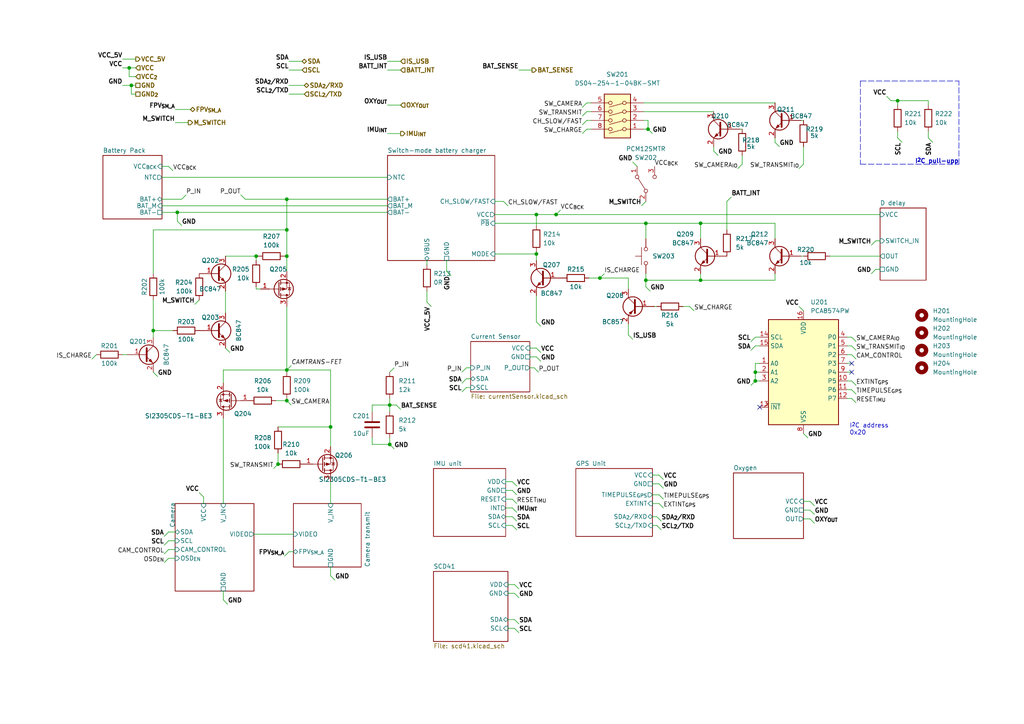
<source format=kicad_sch>
(kicad_sch (version 20211123) (generator eeschema)
  (paper "A4")
  (title_block (title "Power Unit - CanSat 2023") (date "2023-01-19") (rev "2022") (company "Project SkyFall") (comment 1 "David Haisman"))
  (lib_symbols
    (symbol "1Knihovna:SI2305CDS-T1-BE3" (pin_names (offset 0) hide)
      (property "Reference" "Q205" (at 3.175 3.175 0))
      (property "Value" "SI2305CDS-T1-BE3" (at 9.525 1.27 0))
      (symbol "SI2305CDS-T1-BE3_0_1"
        (polyline (pts (xy 0.254 0) (xy -2.54 0)))
        (polyline (pts (xy 0.254 1.905) (xy 0.254 -1.905)) (stroke (width 0.254)))
        (polyline (pts (xy 0.762 -1.27) (xy 0.762 -2.286)) (stroke (width 0.254)))
        (polyline (pts (xy 0.762 0.508) (xy 0.762 -0.508)) (stroke (width 0.254)))
        (polyline (pts (xy 0.762 2.286) (xy 0.762 1.27)) (stroke (width 0.254)))
        (polyline (pts (xy 2.54 2.54) (xy 2.54 1.778)))
        (polyline (pts (xy 2.54 -2.54) (xy 2.54 0) (xy 0.762 0)))
        (polyline (pts (xy 0.762 1.778) (xy 3.302 1.778) (xy 3.302 -1.778) (xy 0.762 -1.778)))
        (polyline (pts (xy 2.286 0) (xy 1.27 0.381) (xy 1.27 -0.381) (xy 2.286 0)) (fill (type outline)))
        (polyline (pts (xy 2.794 -0.508) (xy 2.921 -0.381) (xy 3.683 -0.381) (xy 3.81 -0.254)))
        (polyline (pts (xy 3.302 -0.381) (xy 2.921 0.254) (xy 3.683 0.254) (xy 3.302 -0.381)))
        (circle (center 1.651 0) (radius 2.794) (stroke (width 0.254)))
        (circle (center 2.54 -1.778) (radius 0.254) (fill (type outline)))
        (circle (center 2.54 1.778) (radius 0.254) (fill (type outline)))
      )
      (symbol "SI2305CDS-T1-BE3_1_1"
        (pin input line (at -5.08 0 0) (length 2.54) (name "G") (number "1"))
        (pin passive line (at 2.54 -5.08 90) (length 2.54) (name "S") (number "2"))
        (pin passive line (at 2.54 5.08 270) (length 2.54) (name "D") (number "3"))
      )
    )
    (symbol "Device:C" (pin_numbers hide) (pin_names (offset 0.254))
      (property "Reference" "C" (at 0.635 2.54 0))
      (property "Value" "C" (at 0.635 -2.54 0))
      (symbol "C_0_1"
        (polyline (pts (xy -2.032 -0.762) (xy 2.032 -0.762)) (stroke (width 0.508)))
        (polyline (pts (xy -2.032 0.762) (xy 2.032 0.762)) (stroke (width 0.508)))
      )
      (symbol "C_1_1"
        (pin passive line (at 0 3.81 270) (length 2.794) (name "~") (number "1"))
        (pin passive line (at 0 -3.81 90) (length 2.794) (name "~") (number "2"))
      )
    )
    (symbol "Device:R" (pin_numbers hide) (pin_names (offset 0))
      (property "Reference" "R" (at 2.032 0 90))
      (property "Value" "R" (at 0 0 90))
      (symbol "R_0_1"
        (rectangle (start -1.016 -2.54) (end 1.016 2.54) (stroke (width 0.254)))
      )
      (symbol "R_1_1"
        (pin passive line (at 0 3.81 270) (length 1.27) (name "~") (number "1"))
        (pin passive line (at 0 -3.81 90) (length 1.27) (name "~") (number "2"))
      )
    )
    (symbol "Interface_Expansion:PCF8574"
      (property "Reference" "U" (at -8.89 16.51 0))
      (property "Value" "PCF8574" (at 2.54 16.51 0))
      (symbol "PCF8574_0_1"
        (rectangle (start -10.16 15.24) (end 10.16 -15.24) (stroke (width 0.254)) (fill (type background)))
      )
      (symbol "PCF8574_1_1"
        (pin input line (at -12.7 2.54 0) (length 2.54) (name "A0") (number "1"))
        (pin bidirectional line (at 12.7 -2.54 180) (length 2.54) (name "P5") (number "10"))
        (pin bidirectional line (at 12.7 -5.08 180) (length 2.54) (name "P6") (number "11"))
        (pin bidirectional line (at 12.7 -7.62 180) (length 2.54) (name "P7") (number "12"))
        (pin open_collector output_low (at -12.7 -10.16 0) (length 2.54) (name "~{INT}") (number "13"))
        (pin input line (at -12.7 10.16 0) (length 2.54) (name "SCL") (number "14"))
        (pin bidirectional line (at -12.7 7.62 0) (length 2.54) (name "SDA") (number "15"))
        (pin power_in line (at 0 17.78 270) (length 2.54) (name "VDD") (number "16"))
        (pin input line (at -12.7 0 0) (length 2.54) (name "A1") (number "2"))
        (pin input line (at -12.7 -2.54 0) (length 2.54) (name "A2") (number "3"))
        (pin bidirectional line (at 12.7 10.16 180) (length 2.54) (name "P0") (number "4"))
        (pin bidirectional line (at 12.7 7.62 180) (length 2.54) (name "P1") (number "5"))
        (pin bidirectional line (at 12.7 5.08 180) (length 2.54) (name "P2") (number "6"))
        (pin bidirectional line (at 12.7 2.54 180) (length 2.54) (name "P3") (number "7"))
        (pin power_in line (at 0 -17.78 90) (length 2.54) (name "VSS") (number "8"))
        (pin bidirectional line (at 12.7 0 180) (length 2.54) (name "P4") (number "9"))
      )
    )
    (symbol "Mechanical:MountingHole" (pin_names (offset 1.016))
      (property "Reference" "H" (at 0 5.08 0))
      (property "Value" "MountingHole" (at 0 3.175 0))
      (symbol "MountingHole_0_1"
        (circle (center 0 0) (radius 1.27) (stroke (width 1.27)))
      )
    )
    (symbol "Switch:SW_DIP_x04" (pin_names (offset 0) hide)
      (property "Reference" "SW" (at 0 8.89 0))
      (property "Value" "SW_DIP_x04" (at 0 -6.35 0))
      (symbol "SW_DIP_x04_0_0"
        (circle (center -2.032 -2.54) (radius 0.508))
        (circle (center -2.032 0) (radius 0.508))
        (circle (center -2.032 2.54) (radius 0.508))
        (circle (center -2.032 5.08) (radius 0.508))
        (polyline (pts (xy -1.524 -2.3876) (xy 2.3622 -1.3462)))
        (polyline (pts (xy -1.524 0.127) (xy 2.3622 1.1684)))
        (polyline (pts (xy -1.524 2.667) (xy 2.3622 3.7084)))
        (polyline (pts (xy -1.524 5.207) (xy 2.3622 6.2484)))
        (circle (center 2.032 -2.54) (radius 0.508))
        (circle (center 2.032 0) (radius 0.508))
        (circle (center 2.032 2.54) (radius 0.508))
        (circle (center 2.032 5.08) (radius 0.508))
      )
      (symbol "SW_DIP_x04_0_1"
        (rectangle (start -3.81 7.62) (end 3.81 -5.08) (stroke (width 0.254)) (fill (type background)))
      )
      (symbol "SW_DIP_x04_1_1"
        (pin passive line (at -7.62 5.08 0) (length 5.08) (name "~") (number "1"))
        (pin passive line (at -7.62 2.54 0) (length 5.08) (name "~") (number "2"))
        (pin passive line (at -7.62 0 0) (length 5.08) (name "~") (number "3"))
        (pin passive line (at -7.62 -2.54 0) (length 5.08) (name "~") (number "4"))
        (pin passive line (at 7.62 -2.54 180) (length 5.08) (name "~") (number "5"))
        (pin passive line (at 7.62 0 180) (length 5.08) (name "~") (number "6"))
        (pin passive line (at 7.62 2.54 180) (length 5.08) (name "~") (number "7"))
        (pin passive line (at 7.62 5.08 180) (length 5.08) (name "~") (number "8"))
      )
    )
    (symbol "Switch:SW_Push" (pin_numbers hide) (pin_names (offset 1.016) hide)
      (property "Reference" "SW" (at 1.27 2.54 0))
      (property "Value" "SW_Push" (at 0 -1.524 0))
      (symbol "SW_Push_0_1"
        (circle (center -2.032 0) (radius 0.508))
        (polyline (pts (xy 0 1.27) (xy 0 3.048)))
        (polyline (pts (xy 2.54 1.27) (xy -2.54 1.27)))
        (circle (center 2.032 0) (radius 0.508))
        (pin passive line (at -5.08 0 0) (length 2.54) (name "1") (number "1"))
        (pin passive line (at 5.08 0 180) (length 2.54) (name "2") (number "2"))
      )
    )
    (symbol "Switch:SW_SPDT" (pin_names (offset 0) hide)
      (property "Reference" "SW" (at 0 4.318 0))
      (property "Value" "SW_SPDT" (at 0 -5.08 0))
      (symbol "SW_SPDT_0_0"
        (circle (center -2.032 0) (radius 0.508))
        (circle (center 2.032 -2.54) (radius 0.508))
      )
      (symbol "SW_SPDT_0_1"
        (polyline (pts (xy -1.524 0.254) (xy 1.651 2.286)))
        (circle (center 2.032 2.54) (radius 0.508))
      )
      (symbol "SW_SPDT_1_1"
        (pin passive line (at 5.08 2.54 180) (length 2.54) (name "A") (number "1"))
        (pin passive line (at -5.08 0 0) (length 2.54) (name "B") (number "2"))
        (pin passive line (at 5.08 -2.54 180) (length 2.54) (name "C") (number "3"))
      )
    )
    (symbol "Transistor_BJT:BC847" (pin_names (offset 0) hide)
      (property "Reference" "Q" (at 5.08 1.905 0))
      (property "Value" "BC847" (at 5.08 0 0))
      (symbol "BC847_0_1"
        (polyline (pts (xy 0.635 0.635) (xy 2.54 2.54)))
        (polyline (pts (xy 0.635 -0.635) (xy 2.54 -2.54) (xy 2.54 -2.54)))
        (polyline (pts (xy 0.635 1.905) (xy 0.635 -1.905) (xy 0.635 -1.905)) (stroke (width 0.508)))
        (polyline (pts (xy 1.27 -1.778) (xy 1.778 -1.27) (xy 2.286 -2.286) (xy 1.27 -1.778) (xy 1.27 -1.778)) (fill (type outline)))
        (circle (center 1.27 0) (radius 2.8194) (stroke (width 0.254)))
      )
      (symbol "BC847_1_1"
        (pin input line (at -5.08 0 0) (length 5.715) (name "B") (number "1"))
        (pin passive line (at 2.54 -5.08 90) (length 2.54) (name "E") (number "2"))
        (pin passive line (at 2.54 5.08 270) (length 2.54) (name "C") (number "3"))
      )
    )
    (symbol "Transistor_BJT:BC857" (pin_names (offset 0) hide)
      (property "Reference" "Q" (at 5.08 1.905 0))
      (property "Value" "BC857" (at 5.08 0 0))
      (symbol "BC857_0_1"
        (polyline (pts (xy 0.635 0.635) (xy 2.54 2.54)))
        (polyline (pts (xy 0.635 -0.635) (xy 2.54 -2.54) (xy 2.54 -2.54)))
        (polyline (pts (xy 0.635 1.905) (xy 0.635 -1.905) (xy 0.635 -1.905)) (stroke (width 0.508)))
        (polyline (pts (xy 2.286 -1.778) (xy 1.778 -2.286) (xy 1.27 -1.27) (xy 2.286 -1.778) (xy 2.286 -1.778)) (fill (type outline)))
        (circle (center 1.27 0) (radius 2.8194) (stroke (width 0.254)))
      )
      (symbol "BC857_1_1"
        (pin input line (at -5.08 0 0) (length 5.715) (name "B") (number "1"))
        (pin passive line (at 2.54 -5.08 90) (length 2.54) (name "E") (number "2"))
        (pin passive line (at 2.54 5.08 270) (length 2.54) (name "C") (number "3"))
      )
    )
  )
  (junction (at 83.185 66.675))
  (junction (at 95.885 123.825))
  (junction (at 203.2 81.28))
  (junction (at 260.35 29.21))
  (junction (at 83.185 116.205))
  (junction (at 113.03 128.905))
  (junction (at 83.185 107.315))
  (junction (at 155.575 62.23))
  (junction (at 83.185 74.295))
  (junction (at 187.325 81.28))
  (junction (at 113.03 117.475))
  (junction (at 80.645 134.62))
  (junction (at 161.29 62.23))
  (junction (at 44.45 95.885))
  (junction (at 37.465 19.685))
  (junction (at 51.435 61.595))
  (junction (at 219.075 110.49))
  (junction (at 187.96 37.465))
  (junction (at 38.1 24.765))
  (junction (at 83.185 57.785))
  (junction (at 187.325 64.77))
  (junction (at 219.075 107.95))
  (junction (at 74.295 74.295))
  (junction (at 203.2 64.77))
  (junction (at 173.99 80.645))
  (junction (at 155.575 73.66))
  (no_connect (at 247.015 105.41))
  (no_connect (at 247.015 107.95))
  (no_connect (at 220.345 118.11))
  (wire (pts (xy 187.325 64.77) (xy 203.2 64.77)))
  (wire (pts (xy 80.645 131.445) (xy 80.645 134.62)))
  (wire (pts (xy 83.82 24.765) (xy 88.265 24.765)))
  (wire (pts (xy 236.22 151.765) (xy 234.95 150.495)))
  (wire (pts (xy 252.73 71.12) (xy 254 69.85)))
  (wire (pts (xy 46.99 57.785) (xy 52.705 57.785)))
  (wire (pts (xy 57.785 86.995) (xy 56.515 88.265)))
  (wire (pts (xy 203.2 79.375) (xy 203.2 81.28)))
  (wire (pts (xy 236.22 146.685) (xy 234.95 145.415)))
  (wire (pts (xy 260.35 29.21) (xy 258.445 29.21)))
  (wire (pts (xy 146.05 58.42) (xy 147.32 59.69)))
  (wire (pts (xy 224.79 69.215) (xy 224.79 64.77)))
  (wire (pts (xy 51.435 64.135) (xy 52.705 65.405)))
  (wire (pts (xy 74.295 74.295) (xy 65.405 74.295)))
  (wire (pts (xy 149.86 148.59) (xy 148.59 147.32)))
  (wire (pts (xy 171.45 29.845) (xy 170.18 29.845)))
  (wire (pts (xy 83.82 27.305) (xy 88.265 27.305)))
  (wire (pts (xy 247.015 107.95) (xy 245.745 107.95)))
  (wire (pts (xy 64.77 171.45) (xy 64.77 173.99)))
  (wire (pts (xy 44.45 86.995) (xy 44.45 95.885)))
  (wire (pts (xy 191.135 143.51) (xy 189.23 143.51)))
  (wire (pts (xy 38.1 24.765) (xy 39.37 24.765)))
  (wire (pts (xy 149.86 140.97) (xy 148.59 139.7)))
  (wire (pts (xy 35.56 24.765) (xy 38.1 24.765)))
  (wire (pts (xy 146.685 152.4) (xy 148.59 152.4)))
  (wire (pts (xy 44.45 97.79) (xy 44.45 95.885)))
  (wire (pts (xy 203.2 81.28) (xy 224.79 81.28)))
  (wire (pts (xy 190.5 152.4) (xy 191.77 153.67)))
  (wire (pts (xy 186.69 37.465) (xy 187.96 37.465)))
  (wire (pts (xy 129.54 78.74) (xy 130.81 80.01)))
  (wire (pts (xy 154.94 106.68) (xy 153.67 106.68)))
  (wire (pts (xy 83.185 88.9) (xy 83.185 107.315)))
  (wire (pts (xy 39.37 22.225) (xy 37.465 22.225)))
  (wire (pts (xy 231.775 88.9) (xy 233.045 90.17)))
  (wire (pts (xy 190.5 149.86) (xy 189.23 149.86)))
  (wire (pts (xy 224.79 41.275) (xy 224.79 40.005)))
  (wire (pts (xy 214.63 37.465) (xy 215.265 37.465)))
  (wire (pts (xy 215.265 47.625) (xy 213.995 48.895)))
  (wire (pts (xy 46.99 59.69) (xy 112.395 59.69)))
  (wire (pts (xy 260.35 38.1) (xy 260.35 40.005)))
  (wire (pts (xy 113.03 128.905) (xy 114.3 130.175)))
  (wire (pts (xy 65.405 100.965) (xy 66.675 102.235)))
  (polyline (pts (xy 249.555 47.625) (xy 278.13 47.625)))
  (wire (pts (xy 95.885 167.005) (xy 97.155 168.275)))
  (wire (pts (xy 155.575 100.965) (xy 153.67 100.965)))
  (wire (pts (xy 234.95 147.955) (xy 236.22 149.225)))
  (wire (pts (xy 255.27 78.105) (xy 254 78.105)))
  (wire (pts (xy 74.295 74.295) (xy 74.295 75.565)))
  (wire (pts (xy 80.645 123.825) (xy 95.885 123.825)))
  (wire (pts (xy 37.465 19.685) (xy 39.37 19.685)))
  (wire (pts (xy 146.685 149.86) (xy 148.59 149.86)))
  (wire (pts (xy 234.95 150.495) (xy 233.045 150.495)))
  (wire (pts (xy 83.82 160.02) (xy 85.09 160.02)))
  (wire (pts (xy 48.895 159.385) (xy 47.625 160.655)))
  (wire (pts (xy 50.8 35.56) (xy 54.61 35.56)))
  (wire (pts (xy 64.77 173.99) (xy 66.04 175.26)))
  (wire (pts (xy 149.225 172.085) (xy 150.495 173.355)))
  (wire (pts (xy 82.55 74.295) (xy 83.185 74.295)))
  (wire (pts (xy 133.985 107.95) (xy 135.255 106.68)))
  (wire (pts (xy 155.575 103.505) (xy 153.67 103.505)))
  (wire (pts (xy 192.405 144.78) (xy 191.135 143.51)))
  (wire (pts (xy 219.075 100.33) (xy 220.345 100.33)))
  (wire (pts (xy 80.645 134.62) (xy 79.375 135.89)))
  (wire (pts (xy 247.015 105.41) (xy 245.745 105.41)))
  (wire (pts (xy 247.015 102.87) (xy 245.745 102.87)))
  (wire (pts (xy 83.185 115.57) (xy 83.185 116.205)))
  (wire (pts (xy 113.03 117.475) (xy 113.03 119.38)))
  (wire (pts (xy 46.99 51.435) (xy 112.395 51.435)))
  (wire (pts (xy 83.185 116.205) (xy 84.455 117.475)))
  (wire (pts (xy 155.575 73.66) (xy 155.575 75.565)))
  (wire (pts (xy 48.895 48.26) (xy 46.99 48.26)))
  (wire (pts (xy 254 78.105) (xy 252.73 79.375)))
  (wire (pts (xy 71.12 57.785) (xy 69.85 56.515)))
  (wire (pts (xy 219.075 110.49) (xy 217.805 111.76)))
  (wire (pts (xy 200.025 88.9) (xy 198.12 88.9)))
  (wire (pts (xy 219.075 107.95) (xy 219.075 110.49)))
  (wire (pts (xy 219.075 97.79) (xy 220.345 97.79)))
  (wire (pts (xy 143.51 64.77) (xy 187.325 64.77)))
  (wire (pts (xy 173.99 80.645) (xy 182.245 80.645)))
  (wire (pts (xy 234.95 145.415) (xy 233.045 145.415)))
  (wire (pts (xy 215.265 45.085) (xy 215.265 47.625)))
  (wire (pts (xy 187.96 37.465) (xy 189.23 38.735)))
  (wire (pts (xy 189.23 146.05) (xy 191.135 146.05)))
  (wire (pts (xy 149.225 182.245) (xy 150.495 183.515)))
  (wire (pts (xy 59.055 144.145) (xy 59.055 146.05)))
  (wire (pts (xy 149.225 169.545) (xy 147.32 169.545)))
  (wire (pts (xy 107.95 117.475) (xy 113.03 117.475)))
  (wire (pts (xy 44.45 66.675) (xy 44.45 79.375)))
  (wire (pts (xy 254 69.85) (xy 255.27 69.85)))
  (wire (pts (xy 210.82 66.675) (xy 210.82 58.42)))
  (wire (pts (xy 186.69 32.385) (xy 207.01 32.385)))
  (wire (pts (xy 65.405 90.805) (xy 65.405 84.455)))
  (wire (pts (xy 269.24 38.1) (xy 269.24 40.005)))
  (wire (pts (xy 48.895 156.845) (xy 47.625 158.115)))
  (wire (pts (xy 175.26 79.375) (xy 173.99 80.645)))
  (wire (pts (xy 50.8 154.305) (xy 48.895 154.305)))
  (wire (pts (xy 50.8 161.925) (xy 48.895 161.925)))
  (wire (pts (xy 190.5 152.4) (xy 189.23 152.4)))
  (wire (pts (xy 83.185 74.295) (xy 83.185 78.74)))
  (wire (pts (xy 146.685 144.78) (xy 148.59 144.78)))
  (wire (pts (xy 74.295 83.82) (xy 74.295 83.185)))
  (wire (pts (xy 83.185 66.675) (xy 83.185 57.785)))
  (wire (pts (xy 203.2 69.215) (xy 203.2 64.77)))
  (wire (pts (xy 171.45 37.465) (xy 170.18 37.465)))
  (wire (pts (xy 80.01 116.205) (xy 83.185 116.205)))
  (wire (pts (xy 83.185 66.675) (xy 83.185 74.295)))
  (wire (pts (xy 116.205 38.735) (xy 112.395 38.735)))
  (wire (pts (xy 186.055 59.69) (xy 187.325 58.42)))
  (wire (pts (xy 35.56 102.87) (xy 36.83 102.87)))
  (wire (pts (xy 155.575 103.505) (xy 156.845 104.775)))
  (wire (pts (xy 170.815 80.645) (xy 173.99 80.645)))
  (wire (pts (xy 260.35 40.005) (xy 261.62 41.275)))
  (wire (pts (xy 95.885 167.005) (xy 95.885 164.465)))
  (wire (pts (xy 149.225 172.085) (xy 147.32 172.085)))
  (wire (pts (xy 46.99 61.595) (xy 51.435 61.595)))
  (wire (pts (xy 187.325 64.77) (xy 187.325 69.215)))
  (wire (pts (xy 148.59 152.4) (xy 149.86 153.67)))
  (wire (pts (xy 186.69 34.925) (xy 187.96 34.925)))
  (wire (pts (xy 220.345 107.95) (xy 219.075 107.95)))
  (wire (pts (xy 39.37 27.305) (xy 38.1 27.305)))
  (wire (pts (xy 233.045 125.73) (xy 234.315 127)))
  (wire (pts (xy 245.745 97.79) (xy 247.015 97.79)))
  (wire (pts (xy 135.255 109.855) (xy 133.985 111.125)))
  (wire (pts (xy 191.77 151.13) (xy 190.5 149.86)))
  (wire (pts (xy 35.56 19.685) (xy 37.465 19.685)))
  (wire (pts (xy 170.18 37.465) (xy 168.91 38.735)))
  (wire (pts (xy 187.325 79.375) (xy 187.325 81.28)))
  (wire (pts (xy 112.395 17.78) (xy 116.205 17.78)))
  (wire (pts (xy 182.245 83.82) (xy 182.245 80.645)))
  (wire (pts (xy 123.825 84.455) (xy 123.825 87.63)))
  (polyline (pts (xy 249.555 23.495) (xy 249.555 47.625)))
  (wire (pts (xy 192.405 139.065) (xy 191.135 137.795)))
  (wire (pts (xy 83.82 20.32) (xy 87.63 20.32)))
  (wire (pts (xy 44.45 107.95) (xy 45.72 109.22)))
  (wire (pts (xy 168.91 33.655) (xy 170.18 32.385)))
  (wire (pts (xy 95.885 107.315) (xy 83.185 107.315)))
  (wire (pts (xy 107.95 127) (xy 107.95 128.905)))
  (wire (pts (xy 245.745 100.33) (xy 247.015 100.33)))
  (wire (pts (xy 233.045 47.625) (xy 231.775 48.895)))
  (wire (pts (xy 113.03 117.475) (xy 114.935 117.475)))
  (wire (pts (xy 217.805 101.6) (xy 219.075 100.33)))
  (wire (pts (xy 51.435 61.595) (xy 112.395 61.595)))
  (wire (pts (xy 182.245 97.155) (xy 183.515 98.425)))
  (wire (pts (xy 48.895 161.925) (xy 47.625 163.195)))
  (wire (pts (xy 155.575 93.345) (xy 156.845 94.615)))
  (wire (pts (xy 182.245 97.155) (xy 182.245 93.98)))
  (wire (pts (xy 116.205 30.48) (xy 112.395 30.48)))
  (wire (pts (xy 149.225 179.705) (xy 150.495 180.975)))
  (wire (pts (xy 191.135 146.05) (xy 192.405 147.32)))
  (wire (pts (xy 156.845 102.235) (xy 155.575 100.965)))
  (wire (pts (xy 224.79 79.375) (xy 224.79 81.28)))
  (wire (pts (xy 224.79 41.275) (xy 226.06 42.545)))
  (wire (pts (xy 148.59 149.86) (xy 149.86 151.13)))
  (wire (pts (xy 148.59 144.78) (xy 149.86 146.05)))
  (wire (pts (xy 143.51 73.66) (xy 155.575 73.66)))
  (wire (pts (xy 50.165 49.53) (xy 48.895 48.26)))
  (wire (pts (xy 247.015 113.03) (xy 248.285 114.3)))
  (wire (pts (xy 247.015 113.03) (xy 245.745 113.03)))
  (wire (pts (xy 248.285 116.84) (xy 247.015 115.57)))
  (wire (pts (xy 190.5 88.9) (xy 189.865 88.9)))
  (wire (pts (xy 27.94 102.87) (xy 26.67 104.14)))
  (wire (pts (xy 150.495 20.32) (xy 154.305 20.32)))
  (wire (pts (xy 260.35 30.48) (xy 260.35 29.21)))
  (wire (pts (xy 148.59 142.24) (xy 149.86 143.51)))
  (wire (pts (xy 107.95 119.38) (xy 107.95 117.475)))
  (polyline (pts (xy 278.13 47.625) (xy 278.13 23.495)))
  (wire (pts (xy 82.55 161.29) (xy 83.82 160.02)))
  (wire (pts (xy 107.95 128.905) (xy 113.03 128.905)))
  (wire (pts (xy 247.015 115.57) (xy 245.745 115.57)))
  (wire (pts (xy 269.24 40.005) (xy 270.51 41.275)))
  (wire (pts (xy 186.69 29.845) (xy 224.79 29.845)))
  (wire (pts (xy 219.075 105.41) (xy 219.075 107.95)))
  (wire (pts (xy 170.18 29.845) (xy 168.91 31.115)))
  (wire (pts (xy 162.56 60.96) (xy 161.29 62.23)))
  (wire (pts (xy 248.285 104.14) (xy 247.015 102.87)))
  (wire (pts (xy 232.41 34.925) (xy 233.045 34.925)))
  (wire (pts (xy 57.785 142.875) (xy 59.055 144.145)))
  (wire (pts (xy 207.01 43.815) (xy 207.01 42.545)))
  (wire (pts (xy 123.825 87.63) (xy 125.095 88.9)))
  (wire (pts (xy 148.59 139.7) (xy 146.685 139.7)))
  (wire (pts (xy 147.32 182.245) (xy 149.225 182.245)))
  (wire (pts (xy 136.525 112.395) (xy 135.255 112.395)))
  (wire (pts (xy 143.51 62.23) (xy 155.575 62.23)))
  (wire (pts (xy 52.705 57.785) (xy 53.975 56.515)))
  (wire (pts (xy 75.565 83.82) (xy 74.295 83.82)))
  (wire (pts (xy 143.51 58.42) (xy 146.05 58.42)))
  (wire (pts (xy 64.77 107.315) (xy 64.77 111.125)))
  (polyline (pts (xy 249.555 23.495) (xy 278.13 23.495)))
  (wire (pts (xy 161.29 62.23) (xy 255.27 62.23)))
  (wire (pts (xy 220.345 105.41) (xy 219.075 105.41)))
  (wire (pts (xy 155.575 62.23) (xy 155.575 65.405)))
  (wire (pts (xy 112.395 20.32) (xy 116.205 20.32)))
  (wire (pts (xy 123.825 76.835) (xy 123.825 75.565)))
  (wire (pts (xy 38.1 27.305) (xy 38.1 24.765)))
  (wire (pts (xy 155.575 62.23) (xy 161.29 62.23)))
  (wire (pts (xy 247.015 97.79) (xy 248.285 99.06)))
  (wire (pts (xy 135.255 112.395) (xy 133.985 113.665)))
  (wire (pts (xy 44.45 95.885) (xy 50.165 95.885)))
  (wire (pts (xy 187.96 37.465) (xy 187.96 34.925)))
  (wire (pts (xy 233.045 42.545) (xy 233.045 47.625)))
  (wire (pts (xy 232.41 74.295) (xy 233.045 74.295)))
  (wire (pts (xy 113.03 115.57) (xy 113.03 117.475)))
  (wire (pts (xy 37.465 22.225) (xy 37.465 19.685)))
  (wire (pts (xy 187.325 83.185) (xy 188.595 84.455)))
  (wire (pts (xy 136.525 109.855) (xy 135.255 109.855)))
  (wire (pts (xy 71.12 57.785) (xy 83.185 57.785)))
  (wire (pts (xy 74.93 74.295) (xy 74.295 74.295)))
  (wire (pts (xy 114.3 106.68) (xy 113.03 107.95)))
  (wire (pts (xy 87.63 17.78) (xy 83.82 17.78)))
  (wire (pts (xy 50.8 31.75) (xy 55.245 31.75)))
  (wire (pts (xy 203.2 64.77) (xy 224.79 64.77)))
  (wire (pts (xy 148.59 142.24) (xy 146.685 142.24)))
  (wire (pts (xy 50.8 156.845) (xy 48.895 156.845)))
  (wire (pts (xy 191.135 137.795) (xy 189.23 137.795)))
  (wire (pts (xy 155.575 85.725) (xy 155.575 93.345)))
  (wire (pts (xy 207.01 43.815) (xy 208.28 45.085)))
  (wire (pts (xy 150.495 170.815) (xy 149.225 169.545)))
  (wire (pts (xy 257.175 27.94) (xy 258.445 29.21)))
  (wire (pts (xy 114.935 117.475) (xy 116.205 118.745)))
  (wire (pts (xy 95.885 139.7) (xy 95.885 146.05)))
  (wire (pts (xy 217.805 99.06) (xy 219.075 97.79)))
  (wire (pts (xy 191.135 140.335) (xy 192.405 141.605)))
  (wire (pts (xy 35.56 17.145) (xy 39.37 17.145)))
  (wire (pts (xy 170.18 34.925) (xy 171.45 34.925)))
  (wire (pts (xy 50.8 159.385) (xy 48.895 159.385)))
  (wire (pts (xy 248.285 101.6) (xy 247.015 100.33)))
  (wire (pts (xy 155.575 73.025) (xy 155.575 73.66)))
  (wire (pts (xy 64.77 107.315) (xy 83.185 107.315)))
  (wire (pts (xy 187.325 81.28) (xy 187.325 83.185)))
  (wire (pts (xy 135.255 106.68) (xy 136.525 106.68)))
  (wire (pts (xy 129.54 75.565) (xy 129.54 78.74)))
  (wire (pts (xy 171.45 32.385) (xy 170.18 32.385)))
  (wire (pts (xy 168.91 36.195) (xy 170.18 34.925)))
  (wire (pts (xy 64.77 121.285) (xy 64.77 146.05)))
  (wire (pts (xy 247.015 110.49) (xy 245.745 110.49)))
  (wire (pts (xy 44.45 66.675) (xy 83.185 66.675)))
  (wire (pts (xy 95.885 107.315) (xy 95.885 123.825)))
  (wire (pts (xy 51.435 64.135) (xy 51.435 61.595)))
  (wire (pts (xy 210.82 58.42) (xy 212.09 57.15)))
  (wire (pts (xy 234.95 147.955) (xy 233.045 147.955)))
  (wire (pts (xy 83.185 107.95) (xy 83.185 107.315)))
  (wire (pts (xy 247.015 110.49) (xy 248.285 111.76)))
  (wire (pts (xy 191.135 140.335) (xy 189.23 140.335)))
  (wire (pts (xy 95.885 123.825) (xy 95.885 129.54)))
  (wire (pts (xy 147.32 179.705) (xy 149.225 179.705)))
  (wire (pts (xy 156.21 107.95) (xy 154.94 106.68)))
  (wire (pts (xy 201.295 90.17) (xy 200.025 88.9)))
  (wire (pts (xy 113.03 127) (xy 113.03 128.905)))
  (wire (pts (xy 83.185 57.785) (xy 112.395 57.785)))
  (wire (pts (xy 148.59 147.32) (xy 146.685 147.32)))
  (wire (pts (xy 184.785 48.26) (xy 183.515 46.99)))
  (wire (pts (xy 187.325 81.28) (xy 203.2 81.28)))
  (wire (pts (xy 48.895 154.305) (xy 47.625 155.575)))
  (wire (pts (xy 83.185 107.315) (xy 84.455 106.045)))
  (wire (pts (xy 240.665 74.295) (xy 255.27 74.295)))
  (wire (pts (xy 269.24 30.48) (xy 269.24 29.21)))
  (wire (pts (xy 73.66 154.94) (xy 85.09 154.94)))
  (wire (pts (xy 269.24 29.21) (xy 260.35 29.21)))
  (wire (pts (xy 219.075 110.49) (xy 220.345 110.49)))
  (text "I^{2}C address\n0x20" (at 246.38 126.365 0) (effects (font (size 1.27 1.27)) (justify left bottom)))
  (text "I^{2}C pull-upp" (at 278.13 47.625 180) (effects (font (size 1.27 1.27) (thickness 0.254) bold) (justify right bottom)))
  (label "TIMEPULSE_{GPS}" (at 192.405 144.78 0))
  (label "OXY_{OUT}" (at 236.22 151.765 0) (effects (font bold)))
  (label "SCL" (at 47.625 158.115 180) (effects (font bold)))
  (label "GND" (at 66.04 175.26 0) (effects (font bold)))
  (label "M_SWITCH" (at 50.8 35.56 180) (effects (font (thickness 0.254) bold)))
  (label "P_OUT" (at 69.85 56.515 180))
  (label "GND" (at 226.06 42.545 0) (effects (font bold)))
  (label "SW_CAMERA" (at 84.455 117.475 0))
  (label "FPV_{SM_A}" (at 82.55 161.29 180) (effects (font (thickness 0.254) bold)))
  (label "IMU_{INT}" (at 112.395 38.735 180) (effects (font bold)))
  (label "SW_TRANSMIT" (at 79.375 135.89 180))
  (label "SCL" (at 149.86 153.67 0) (effects (font bold)))
  (label "SDA" (at 149.86 151.13 0) (effects (font bold)))
  (label "SCL" (at 150.495 183.515 0) (effects (font bold)))
  (label "CH_SLOW{slash}FAST" (at 168.91 36.195 180))
  (label "VCC" (at 236.22 146.685 0) (effects (font (thickness 0.254) bold)))
  (label "SCL_{2}{slash}TXD" (at 83.82 27.305 180) (effects (font bold)))
  (label "GND" (at 234.315 127 0) (effects (font bold)))
  (label "P_OUT" (at 156.21 107.95 0))
  (label "VCC_5V" (at 125.095 88.9 270) (effects (font bold)))
  (label "SCL" (at 261.62 41.275 270) (effects (font bold)))
  (label "CAM_CONTROL" (at 248.285 104.14 0))
  (label "EXTINT_{GPS}" (at 248.285 111.76 0))
  (label "VCC" (at 57.785 142.875 180) (effects (font (thickness 0.254) bold)))
  (label "GND" (at 45.72 109.22 0) (effects (font bold)))
  (label "P_IN" (at 53.975 56.515 0))
  (label "GND" (at 52.705 65.405 0) (effects (font bold)))
  (label "GND" (at 130.81 80.01 270) (effects (font bold)))
  (label "GND" (at 114.3 130.175 0) (effects (font bold)))
  (label "CAMTRANS-FET" (at 84.455 106.045 0) (effects (font italic)))
  (label "SDA" (at 133.985 111.125 180) (effects (font bold)))
  (label "OXY_{OUT}" (at 112.395 30.48 180) (effects (font bold)))
  (label "GND" (at 183.515 46.99 180) (effects (font bold)))
  (label "SDA" (at 47.625 155.575 180) (effects (font bold)))
  (label "SW_CHARGE" (at 168.91 38.735 180))
  (label "GND" (at 150.495 173.355 0) (effects (font bold)))
  (label "VCC_{BCK}" (at 189.865 48.26 0))
  (label "VCC" (at 231.775 88.9 180) (effects (font (thickness 0.254) bold)))
  (label "VCC_{BCK}" (at 162.56 60.96 0))
  (label "BATT_INT" (at 112.395 20.32 180) (effects (font (thickness 0.254) bold)))
  (label "RESET_{IMU}" (at 149.86 146.05 0))
  (label "P_IN" (at 133.985 107.95 180))
  (label "BATT_INT" (at 212.09 57.15 0) (effects (font (thickness 0.254) bold)))
  (label "VCC" (at 149.86 140.97 0) (effects (font (thickness 0.254) bold)))
  (label "SCL" (at 133.985 113.665 180) (effects (font bold)))
  (label "IMU_{INT}" (at 149.86 148.59 0) (effects (font bold)))
  (label "GND" (at 188.595 84.455 0) (effects (font bold)))
  (label "GND" (at 35.56 24.765 180) (effects (font (thickness 0.254) bold)))
  (label "SW_CAMERA_{IO}" (at 213.995 48.895 180))
  (label "VCC" (at 35.56 19.685 180) (effects (font (thickness 0.254) bold)))
  (label "GND" (at 236.22 149.225 0) (effects (font bold)))
  (label "GND" (at 97.155 168.275 0) (effects (font bold)))
  (label "VCC_{BCK}" (at 50.165 49.53 0))
  (label "SW_TRANSMIT" (at 168.91 33.655 180))
  (label "SDA" (at 270.51 41.275 270) (effects (font bold)))
  (label "SDA" (at 83.82 17.78 180) (effects (font bold)))
  (label "BAT_SENSE" (at 150.495 20.32 180) (effects (font bold)))
  (label "VCC" (at 150.495 170.815 0) (effects (font (thickness 0.254) bold)))
  (label "GND" (at 208.28 45.085 0) (effects (font bold)))
  (label "SW_TRANSMIT_{IO}" (at 248.285 101.6 0))
  (label "BAT_SENSE" (at 116.205 118.745 0) (effects (font bold)))
  (label "SW_TRANSMIT_{IO}" (at 231.775 48.895 180))
  (label "GND" (at 217.805 111.76 180) (effects (font bold)))
  (label "SDA_{2}{slash}RXD" (at 83.82 24.765 180) (effects (font bold)))
  (label "GND" (at 189.23 38.735 0) (effects (font bold)))
  (label "SW_CAMERA_{IO}" (at 248.285 99.06 0))
  (label "SW_CAMERA" (at 168.91 31.115 180))
  (label "CAM_CONTROL" (at 47.625 160.655 180))
  (label "FPV_{SM_A}" (at 50.8 31.75 180) (effects (font (thickness 0.254) bold)))
  (label "VCC" (at 156.845 102.235 0) (effects (font (thickness 0.254) bold)))
  (label "RESET_{IMU}" (at 248.285 116.84 0))
  (label "SCL" (at 217.805 99.06 180) (effects (font bold)))
  (label "SDA_{2}{slash}RXD" (at 191.77 151.13 0) (effects (font bold)))
  (label "IS_CHARGE" (at 26.67 104.14 180))
  (label "GND" (at 252.73 79.375 180) (effects (font bold)))
  (label "GND" (at 66.675 102.235 0) (effects (font bold)))
  (label "GND" (at 149.86 143.51 0) (effects (font bold)))
  (label "GND" (at 156.845 94.615 0) (effects (font bold)))
  (label "M_SWITCH" (at 252.73 71.12 180) (effects (font (thickness 0.254) bold)))
  (label "EXTINT_{GPS}" (at 192.405 147.32 0))
  (label "CH_SLOW{slash}FAST" (at 147.32 59.69 0))
  (label "SCL_{2}{slash}TXD" (at 191.77 153.67 0) (effects (font bold)))
  (label "IS_USB" (at 112.395 17.78 180) (effects (font bold)))
  (label "GND" (at 156.845 104.775 0) (effects (font bold)))
  (label "VCC" (at 192.405 139.065 0) (effects (font (thickness 0.254) bold)))
  (label "OSD_{EN}" (at 47.625 163.195 180))
  (label "SDA" (at 150.495 180.975 0) (effects (font bold)))
  (label "IS_USB" (at 183.515 98.425 0) (effects (font bold)))
  (label "VCC" (at 257.175 27.94 180) (effects (font (thickness 0.254) bold)))
  (label "M_SWITCH" (at 56.515 88.265 180) (effects (font (thickness 0.254) bold)))
  (label "TIMEPULSE_{GPS}" (at 248.285 114.3 0))
  (label "SDA" (at 217.805 101.6 180) (effects (font bold)))
  (label "SCL" (at 83.82 20.32 180) (effects (font bold)))
  (label "GND" (at 192.405 141.605 0) (effects (font bold)))
  (label "P_IN" (at 114.3 106.68 0))
  (label "IS_CHARGE" (at 175.26 79.375 0))
  (label "VCC_5V" (at 35.56 17.145 180) (effects (font bold)))
  (label "M_SWITCH" (at 186.055 59.69 180) (effects (font (thickness 0.254) bold)))
  (label "SW_CHARGE" (at 201.295 90.17 0))
  (hierarchical_label "M_SWITCH" (shape output) (at 54.61 35.56 0) (effects (font bold)))
  (hierarchical_label "SCL" (shape input) (at 87.63 20.32 0) (effects (font bold)))
  (hierarchical_label "GND" (shape passive) (at 39.37 24.765 0) (effects (font bold)))
  (hierarchical_label "SCL_{2}{slash}TXD" (shape input) (at 88.265 27.305 0) (effects (font bold)))
  (hierarchical_label "FPV_{SM_A}" (shape bidirectional) (at 55.245 31.75 0) (effects (font (thickness 0.254) bold)))
  (hierarchical_label "VCC_5V" (shape output) (at 39.37 17.145 0) (effects (font bold)))
  (hierarchical_label "VCC" (shape input) (at 39.37 19.685 0) (effects (font bold)))
  (hierarchical_label "IS_USB" (shape input) (at 116.205 17.78 0) (effects (font bold)))
  (hierarchical_label "VCC_{2}" (shape input) (at 39.37 22.225 0) (effects (font bold)))
  (hierarchical_label "GND_{2}" (shape passive) (at 39.37 27.305 0) (effects (font bold)))
  (hierarchical_label "BAT_SENSE" (shape output) (at 154.305 20.32 0) (effects (font bold)))
  (hierarchical_label "SDA_{2}{slash}RXD" (shape bidirectional) (at 88.265 24.765 0) (effects (font bold)))
  (hierarchical_label "IMU_{INT}" (shape output) (at 116.205 38.735 0) (effects (font bold)))
  (hierarchical_label "SDA" (shape bidirectional) (at 87.63 17.78 0) (effects (font bold)))
  (hierarchical_label "BATT_INT" (shape input) (at 116.205 20.32 0) (effects (font bold)))
  (hierarchical_label "OXY_{OUT}" (shape input) (at 116.205 30.48 0) (effects (font bold)))
  (symbol (lib_id "Device:R") (at 84.455 134.62 90) (unit 1)
    (property "Reference" "R210" (at 84.455 128.905 90))
    (property "Value" "10k" (at 84.455 131.445 90))
    (property "Footprint" "CanSat_2023:R_0805_2012Metric" (effects hide))
  )
  (symbol (lib_id "Device:R") (at 260.35 34.29 0) (unit 1)
    (property "Reference" "R221" (at 262.255 33.0199 0) (effects (justify left)))
    (property "Value" "10k" (at 262.255 35.5599 0) (effects (justify left)))
    (property "Footprint" "CanSat_2023:R_0805_2012Metric" (effects hide))
  )
  (symbol (lib_id "Transistor_BJT:BC847") (at 209.55 37.465 0) (mirror y) (unit 1)
    (property "Reference" "Q210" (at 211.455 33.655 0) (effects (justify left)))
    (property "Value" "BC847" (at 217.17 36.195 0) (effects (justify left)))
    (property "Footprint" "CanSat_2023:SOT-23" (effects hide))
    (property "Datasheet" "http://www.infineon.com/dgdl/Infineon-BC847SERIES_BC848SERIES_BC849SERIES_BC850SERIES-DS-v01_01-en.pdf?fileId=db3a304314dca389011541d4630a1657" (effects hide))
  )
  (symbol (lib_id "Mechanical:MountingHole") (at 267.335 91.44 0) (unit 1) (in_bom no)
    (property "Reference" "H201" (at 270.51 90.1699 0) (effects (justify left)))
    (property "Value" "MountingHole" (at 270.51 92.7099 0) (effects (justify left)))
    (property "Footprint" "CanSat_2023:MountingHole_3.2mm_M3" (effects hide))
  )
  (symbol (lib_id "Device:R") (at 31.75 102.87 90) (mirror x) (unit 1)
    (property "Reference" "R201" (at 31.75 100.33 90))
    (property "Value" "100k" (at 31.75 105.41 90))
    (property "Footprint" "CanSat_2023:R_0805_2012Metric" (effects hide))
  )
  (symbol (lib_id "Mechanical:MountingHole") (at 267.335 101.6 0) (unit 1) (in_bom no)
    (property "Reference" "H203" (at 270.51 100.3299 0) (effects (justify left)))
    (property "Value" "MountingHole" (at 270.51 102.8699 0) (effects (justify left)))
    (property "Footprint" "CanSat_2023:MountingHole_3.2mm_M3" (effects hide))
  )
  (symbol (lib_id "Transistor_BJT:BC857") (at 184.785 88.9 0) (mirror y) (unit 1)
    (property "Reference" "Q208" (at 180.975 85.725 0) (effects (justify left)))
    (property "Value" "BC857" (at 180.975 93.345 0) (effects (justify left)))
    (property "Footprint" "CanSat_2023:SOT-23" (effects hide))
    (property "Datasheet" "https://www.onsemi.com/pub/Collateral/BC860-D.pdf" (effects hide))
  )
  (symbol (lib_id "Device:R") (at 123.825 80.645 180) (unit 1)
    (property "Reference" "R213" (at 125.73 79.3749 0) (effects (justify right)))
    (property "Value" "0R" (at 125.73 81.9149 0) (effects (justify right)))
    (property "Footprint" "CanSat_2023:R_1206_3216Metric" (effects hide))
  )
  (symbol (lib_id "Device:R") (at 76.2 116.205 90) (unit 1)
    (property "Reference" "R206" (at 76.2 110.49 90))
    (property "Value" "10k" (at 76.2 113.03 90))
    (property "Footprint" "CanSat_2023:R_0805_2012Metric" (effects hide))
  )
  (symbol (lib_id "Device:R") (at 113.03 123.19 0) (unit 1)
    (property "Reference" "R212" (at 115.57 121.9199 0) (effects (justify left)))
    (property "Value" "5k" (at 115.57 124.4599 0) (effects (justify left)))
    (property "Footprint" "CanSat_2023:R_0805_2012Metric" (effects hide))
  )
  (symbol (lib_id "Device:R") (at 167.005 80.645 270) (unit 1)
    (property "Reference" "R215" (at 167.005 78.105 90))
    (property "Value" "10k" (at 167.005 83.185 90))
    (property "Footprint" "CanSat_2023:R_0805_2012Metric" (effects hide))
  )
  (symbol (lib_id "1Knihovna:SI2305CDS-T1-BE3") (at 80.645 83.82 0) (mirror x) (unit 1)
    (property "Reference" "Q205" (at 78.105 78.105 0) (effects (justify left)))
    (property "Value" "SI2305CDS-T1-BE3" (effects hide))
    (property "Footprint" "CanSat_2023:SOT-23" (effects hide))
    (property "Datasheet" "https://cz.mouser.com/datasheet/2/427/si2305cd-1764559.pdf" (effects hide))
  )
  (symbol (lib_id "Device:R") (at 269.24 34.29 0) (unit 1)
    (property "Reference" "R222" (at 271.145 33.0199 0) (effects (justify left)))
    (property "Value" "10k" (at 271.145 35.5599 0) (effects (justify left)))
    (property "Footprint" "CanSat_2023:R_0805_2012Metric" (effects hide))
  )
  (symbol (lib_id "Switch:SW_DIP_x04") (at 179.07 32.385 180) (unit 1)
    (property "Reference" "SW201" (at 179.07 21.59 0))
    (property "Value" "DS04-254-1-04BK-SMT" (at 179.07 24.13 0))
    (property "Footprint" "CanSat_2023:SW_DIP_SPSTx04_Slide_Omron_A6S-410x_W8.9mm_P2.54mm" (effects hide))
    (property "Shop" "https://cz.mouser.com/ProductDetail/CUI-Devices/DS04-254-1-03BK-SMT?qs=wnTfsH77Xs6AM9RonXx4xg%3D%3D" (effects hide))
  )
  (symbol (lib_id "Device:R") (at 215.265 41.275 0) (unit 1)
    (property "Reference" "R218" (at 217.805 40.64 0))
    (property "Value" "5k" (at 217.805 42.545 0))
    (property "Footprint" "CanSat_2023:R_0805_2012Metric" (effects hide))
  )
  (symbol (lib_id "Device:R") (at 83.185 111.76 0) (unit 1)
    (property "Reference" "R209" (at 85.09 110.4899 0) (effects (justify left)))
    (property "Value" "100k" (at 85.09 113.0299 0) (effects (justify left)))
    (property "Footprint" "CanSat_2023:R_0805_2012Metric" (effects hide))
  )
  (symbol (lib_id "Device:R") (at 113.03 111.76 0) (unit 1)
    (property "Reference" "R211" (at 115.57 110.4899 0) (effects (justify left)))
    (property "Value" "12k" (at 115.57 113.0299 0) (effects (justify left)))
    (property "Footprint" "CanSat_2023:R_0805_2012Metric" (effects hide))
  )
  (symbol (lib_id "Device:R") (at 194.31 88.9 270) (unit 1)
    (property "Reference" "R216" (at 194.31 91.44 90))
    (property "Value" "5k" (at 194.31 93.98 90))
    (property "Footprint" "CanSat_2023:R_0805_2012Metric" (effects hide))
  )
  (symbol (lib_id "Device:C") (at 107.95 123.19 0) (mirror y) (unit 1)
    (property "Reference" "C201" (at 104.775 120.65 0))
    (property "Value" "10uF" (at 104.775 125.73 0))
    (property "Footprint" "CanSat_2023:C_0805_2012Metric" (effects hide))
  )
  (symbol (lib_id "Transistor_BJT:BC847") (at 158.115 80.645 0) (mirror y) (unit 1)
    (property "Reference" "Q207" (at 162.56 76.835 0) (effects (justify left)))
    (property "Value" "BC847" (at 163.195 85.09 0) (effects (justify left)))
    (property "Footprint" "CanSat_2023:SOT-23" (effects hide))
    (property "Datasheet" "http://www.infineon.com/dgdl/Infineon-BC847SERIES_BC848SERIES_BC849SERIES_BC850SERIES-DS-v01_01-en.pdf?fileId=db3a304314dca389011541d4630a1657" (effects hide))
  )
  (symbol (lib_id "Transistor_BJT:BC847") (at 227.33 34.925 0) (mirror y) (unit 1)
    (property "Reference" "Q211" (at 230.505 31.75 0) (effects (justify left)))
    (property "Value" "BC847" (at 235.585 33.655 0) (effects (justify left)))
    (property "Footprint" "CanSat_2023:SOT-23" (effects hide))
    (property "Datasheet" "http://www.infineon.com/dgdl/Infineon-BC847SERIES_BC848SERIES_BC849SERIES_BC850SERIES-DS-v01_01-en.pdf?fileId=db3a304314dca389011541d4630a1657" (effects hide))
  )
  (symbol (lib_id "Device:R") (at 74.295 79.375 0) (mirror x) (unit 1)
    (property "Reference" "R205" (at 72.39 78.1049 0) (effects (justify right)))
    (property "Value" "10k" (at 72.39 80.6449 0) (effects (justify right)))
    (property "Footprint" "CanSat_2023:R_0805_2012Metric" (effects hide))
  )
  (symbol (lib_id "Transistor_BJT:BC847") (at 62.865 79.375 0) (unit 1)
    (property "Reference" "Q202" (at 58.42 75.565 0) (effects (justify left)))
    (property "Value" "BC847" (at 57.785 83.82 0) (effects (justify left)))
    (property "Footprint" "CanSat_2023:SOT-23" (effects hide))
    (property "Datasheet" "http://www.infineon.com/dgdl/Infineon-BC847SERIES_BC848SERIES_BC849SERIES_BC850SERIES-DS-v01_01-en.pdf?fileId=db3a304314dca389011541d4630a1657" (effects hide))
  )
  (symbol (lib_id "Device:R") (at 57.785 83.185 0) (mirror x) (unit 1)
    (property "Reference" "R204" (at 55.88 81.9149 0) (effects (justify right)))
    (property "Value" "100k" (at 55.88 84.4549 0) (effects (justify right)))
    (property "Footprint" "CanSat_2023:R_0805_2012Metric" (effects hide))
  )
  (symbol (lib_id "1Knihovna:SI2305CDS-T1-BE3") (at 93.345 134.62 0) (mirror x) (unit 1)
    (property "Reference" "Q206" (at 99.695 132.08 0))
    (property "Value" "SI2305CDS-T1-BE3" (at 102.235 139.065 0))
    (property "Footprint" "CanSat_2023:SOT-23" (effects hide))
    (property "Datasheet" "https://cz.mouser.com/datasheet/2/427/si2305cd-1764559.pdf" (effects hide))
  )
  (symbol (lib_id "Device:R") (at 53.975 95.885 90) (mirror x) (unit 1)
    (property "Reference" "R203" (at 53.975 93.345 90))
    (property "Value" "100k" (at 53.975 98.425 90))
    (property "Footprint" "CanSat_2023:R_0805_2012Metric" (effects hide))
  )
  (symbol (lib_id "Transistor_BJT:BC847") (at 227.33 74.295 0) (mirror y) (unit 1)
    (property "Reference" "Q212" (at 222.885 67.945 0) (effects (justify left)))
    (property "Value" "BC847" (at 222.885 70.485 0) (effects (justify left)))
    (property "Footprint" "CanSat_2023:SOT-23" (effects hide))
    (property "Datasheet" "http://www.infineon.com/dgdl/Infineon-BC847SERIES_BC848SERIES_BC849SERIES_BC850SERIES-DS-v01_01-en.pdf?fileId=db3a304314dca389011541d4630a1657" (effects hide))
  )
  (symbol (lib_id "Device:R") (at 78.74 74.295 270) (mirror x) (unit 1)
    (property "Reference" "R207" (at 78.74 68.58 90))
    (property "Value" "100k" (at 78.74 71.12 90))
    (property "Footprint" "CanSat_2023:R_0805_2012Metric" (effects hide))
  )
  (symbol (lib_id "Transistor_BJT:BC847") (at 41.91 102.87 0) (unit 1)
    (property "Reference" "Q201" (at 37.465 99.06 0) (effects (justify left)))
    (property "Value" "BC847" (at 48.26 106.045 90) (effects (justify left)))
    (property "Footprint" "CanSat_2023:SOT-23" (effects hide))
    (property "Datasheet" "http://www.infineon.com/dgdl/Infineon-BC847SERIES_BC848SERIES_BC849SERIES_BC850SERIES-DS-v01_01-en.pdf?fileId=db3a304314dca389011541d4630a1657" (effects hide))
  )
  (symbol (lib_id "Switch:SW_Push") (at 187.325 74.295 90) (unit 1)
    (property "Reference" "SW203" (at 189.23 74.2949 90) (effects (justify right)))
    (property "Value" "LaskaKit tlačítko" (effects hide))
    (property "Footprint" "CanSat_2023:Tlačítko SMD LaskaKit" (effects hide))
  )
  (symbol (lib_id "Device:R") (at 210.82 70.485 180) (unit 1)
    (property "Reference" "R217" (at 213.36 69.2149 0) (effects (justify right)))
    (property "Value" "5k" (at 213.36 71.7549 0) (effects (justify right)))
    (property "Footprint" "CanSat_2023:R_0805_2012Metric" (effects hide))
  )
  (symbol (lib_id "Device:R") (at 233.045 38.735 0) (unit 1)
    (property "Reference" "R219" (at 236.22 37.465 0))
    (property "Value" "5k" (at 236.22 39.37 0))
    (property "Footprint" "CanSat_2023:R_0805_2012Metric" (effects hide))
  )
  (symbol (lib_id "Device:R") (at 44.45 83.185 0) (mirror x) (unit 1)
    (property "Reference" "R202" (at 41.91 83.185 90))
    (property "Value" "100k" (at 46.99 83.185 90))
    (property "Footprint" "CanSat_2023:R_0805_2012Metric" (effects hide))
  )
  (symbol (lib_id "Device:R") (at 155.575 69.215 0) (unit 1)
    (property "Reference" "R214" (at 157.48 67.9449 0) (effects (justify left)))
    (property "Value" "10k" (at 157.48 70.4849 0) (effects (justify left)))
    (property "Footprint" "CanSat_2023:R_0805_2012Metric" (effects hide))
  )
  (symbol (lib_id "Switch:SW_SPDT") (at 187.325 53.34 90) (unit 1)
    (property "Reference" "SW202" (at 187.325 45.72 90))
    (property "Value" "PCM12SMTR" (at 187.325 43.18 90))
    (property "Footprint" "CanSat_2023:PCM12SMTR" (effects hide))
  )
  (symbol (lib_id "Mechanical:MountingHole") (at 267.335 106.68 0) (unit 1) (in_bom no)
    (property "Reference" "H204" (at 270.51 105.4099 0) (effects (justify left)))
    (property "Value" "MountingHole" (at 270.51 107.9499 0) (effects (justify left)))
    (property "Footprint" "CanSat_2023:MountingHole_3.2mm_M3" (effects hide))
  )
  (symbol (lib_id "Device:R") (at 236.855 74.295 90) (unit 1)
    (property "Reference" "R220" (at 233.68 72.39 90))
    (property "Value" "10k" (at 233.68 76.2 90))
    (property "Footprint" "CanSat_2023:R_0805_2012Metric" (effects hide))
  )
  (symbol (lib_id "Transistor_BJT:BC847") (at 62.865 95.885 0) (unit 1)
    (property "Reference" "Q203" (at 58.42 92.075 0) (effects (justify left)))
    (property "Value" "BC847" (at 69.215 99.06 90) (effects (justify left)))
    (property "Footprint" "CanSat_2023:SOT-23" (effects hide))
    (property "Datasheet" "http://www.infineon.com/dgdl/Infineon-BC847SERIES_BC848SERIES_BC849SERIES_BC850SERIES-DS-v01_01-en.pdf?fileId=db3a304314dca389011541d4630a1657" (effects hide))
  )
  (symbol (lib_id "Mechanical:MountingHole") (at 267.335 96.52 0) (unit 1) (in_bom no)
    (property "Reference" "H202" (at 270.51 95.2499 0) (effects (justify left)))
    (property "Value" "MountingHole" (at 270.51 97.7899 0) (effects (justify left)))
    (property "Footprint" "CanSat_2023:MountingHole_3.2mm_M3" (effects hide))
  )
  (symbol (lib_id "Transistor_BJT:BC847") (at 205.74 74.295 0) (mirror y) (unit 1)
    (property "Reference" "Q209" (at 201.295 67.945 0) (effects (justify left)))
    (property "Value" "BC847" (at 201.295 70.485 0) (effects (justify left)))
    (property "Footprint" "CanSat_2023:SOT-23" (effects hide))
    (property "Datasheet" "http://www.infineon.com/dgdl/Infineon-BC847SERIES_BC848SERIES_BC849SERIES_BC850SERIES-DS-v01_01-en.pdf?fileId=db3a304314dca389011541d4630a1657" (effects hide))
  )
  (symbol (lib_id "Interface_Expansion:PCF8574") (at 233.045 107.95 0) (unit 1)
    (property "Reference" "U201" (at 235.0644 87.63 0) (effects (justify left)))
    (property "Value" "PCA8574PW" (at 235.0644 90.17 0) (effects (justify left)))
    (property "Footprint" "CanSat_2023:SOP65P640X110-16N" (effects hide))
    (property "Datasheet" "http://www.nxp.com/documents/data_sheet/PCF8574_PCF8574A.pdf" (effects hide))
  )
  (symbol (lib_id "Device:R") (at 80.645 127.635 180) (unit 1)
    (property "Reference" "R208" (at 73.66 127 0) (effects (justify right)))
    (property "Value" "100k" (at 73.66 129.54 0) (effects (justify right)))
    (property "Footprint" "CanSat_2023:R_0805_2012Metric" (effects hide))
  )
  (symbol (lib_id "1Knihovna:SI2305CDS-T1-BE3") (at 67.31 116.205 180) (unit 1)
    (property "Reference" "Q204" (at 73.025 120.015 0) (effects (justify left)))
    (property "Value" "SI2305CDS-T1-BE3" (at 61.595 120.65 0) (effects (justify left)))
    (property "Footprint" "CanSat_2023:SOT-23" (effects hide))
    (property "Datasheet" "https://cz.mouser.com/datasheet/2/427/si2305cd-1764559.pdf" (effects hide))
  )
  (sheet (at 212.725 137.16) (size 20.32 19.05) (stroke (width 0.1524))
    (property "Sheet name" "Oxygen" (at 212.725 136.4484 0) (effects (justify left bottom)))
    (property "Sheet file" "oxygen.kicad_sch" (effects hide))
    (pin "OUT" output (at 233.045 150.495 0))
    (pin "VCC" input (at 233.045 145.415 0))
    (pin "GND" passive (at 233.045 147.955 0))
  )
  (sheet (at 125.73 135.89) (size 20.955 19.685) (stroke (width 0.1524))
    (property "Sheet name" "IMU unit" (at 125.73 135.1784 0) (effects (justify left bottom)))
    (property "Sheet file" "imuUnit.kicad_sch" (effects hide))
    (pin "SDA" bidirectional (at 146.685 149.86 0))
    (pin "GND" passive (at 146.685 142.24 0))
    (pin "SCL" input (at 146.685 152.4 0))
    (pin "VDD" input (at 146.685 139.7 0))
    (pin "INT" output (at 146.685 147.32 0))
    (pin "RESET" input (at 146.685 144.78 0))
  )
  (sheet (at 167.005 135.89) (size 22.225 19.685) (stroke (width 0.1524))
    (property "Sheet name" "GPS Unit" (at 167.005 135.1784 0) (effects (justify left bottom)))
    (property "Sheet file" "gpsUnit.kicad_sch" (effects hide))
    (pin "GND" passive (at 189.23 140.335 0))
    (pin "EXTINT" input (at 189.23 146.05 0))
    (pin "VCC" input (at 189.23 137.795 0))
    (pin "TIMEPULSE_{GPS}" output (at 189.23 143.51 0))
    (pin "SDA_{2}{slash}RXD" bidirectional (at 189.23 149.86 0))
    (pin "SCL_{2}{slash}TXD" input (at 189.23 152.4 0))
  )
  (sheet (at 136.525 99.06) (size 17.145 14.605) (stroke (width 0.1524))
    (property "Sheet name" "Current Sensor" (at 136.525 98.3484 0) (effects (justify left bottom)))
    (property "Sheet file" "currentSensor.kicad_sch" (at 136.525 114.2496 0) (effects (justify left top)))
    (pin "SDA" bidirectional (at 136.525 109.855 180))
    (pin "SCL" input (at 136.525 112.395 180))
    (pin "P_OUT" output (at 153.67 106.68 0))
    (pin "P_IN" input (at 136.525 106.68 180))
    (pin "VCC" input (at 153.67 100.965 0))
    (pin "GND" passive (at 153.67 103.505 0))
  )
  (sheet (at 112.395 45.085) (size 31.115 30.48) (stroke (width 0.1524))
    (property "Sheet name" "Switch-mode battery charger" (at 112.395 44.3734 0) (effects (justify left bottom)))
    (property "Sheet file" "batteryCharger.kicad_sch" (effects hide))
    (pin "GND" passive (at 129.54 75.565 270))
    (pin "BAT+" output (at 112.395 57.785 180))
    (pin "BAT_M" output (at 112.395 59.69 180))
    (pin "BAT-" output (at 112.395 61.595 180))
    (pin "VBUS" bidirectional (at 123.825 75.565 270))
    (pin "~{PB}" input (at 143.51 64.77 0))
    (pin "MODE" input (at 143.51 73.66 0))
    (pin "VCC" output (at 143.51 62.23 0))
    (pin "NTC" input (at 112.395 51.435 180))
    (pin "CH_SLOW{slash}FAST" input (at 143.51 58.42 0))
  )
  (sheet (at 125.73 165.735) (size 21.59 20.32) (stroke (width 0.1524))
    (property "Sheet name" "SCD41" (at 125.73 165.0234 0) (effects (justify left bottom)))
    (property "Sheet file" "scd41.kicad_sch" (at 125.73 186.6396 0) (effects (justify left top)))
    (pin "VDD" input (at 147.32 169.545 0))
    (pin "GND" input (at 147.32 172.085 0))
    (pin "SDA" bidirectional (at 147.32 179.705 0))
    (pin "SCL" input (at 147.32 182.245 0))
  )
  (sheet (at 255.27 60.325) (size 13.335 20.955) (stroke (width 0.1524))
    (property "Sheet name" "D delay" (at 255.27 59.6134 0) (effects (justify left bottom)))
    (property "Sheet file" "dDelay.kicad_sch" (effects hide))
    (pin "VCC" input (at 255.27 62.23 180))
    (pin "GND" passive (at 255.27 78.105 180))
    (pin "OUT" output (at 255.27 74.295 180))
    (pin "SWITCH_IN" input (at 255.27 69.85 180))
  )
  (sheet (at 29.845 45.085) (size 17.145 18.415) (stroke (width 0.1524))
    (property "Sheet name" "Battery Pack" (at 29.845 44.3734 0) (effects (justify left bottom)))
    (property "Sheet file" "batteryPack.kicad_sch" (effects hide))
    (pin "VCC_{BCK}" input (at 46.99 48.26 0))
    (pin "NTC" output (at 46.99 51.435 0))
    (pin "BAT-" passive (at 46.99 61.595 0))
    (pin "BAT_M" input (at 46.99 59.69 0))
    (pin "BAT+" bidirectional (at 46.99 57.785 0))
  )
  (sheet (at 50.8 146.05) (size 22.86 25.4) (stroke (width 0.1524))
    (property "Sheet name" "Camera" (at 50.8 153.035 90) (effects (justify left bottom)))
    (property "Sheet file" "camera.kicad_sch" (effects hide))
    (pin "V_IN" input (at 64.77 146.05 90))
    (pin "GND" passive (at 64.77 171.45 270))
    (pin "VIDEO" output (at 73.66 154.94 0))
    (pin "CAM_CONTROL" input (at 50.8 159.385 180))
    (pin "SDA" bidirectional (at 50.8 154.305 180))
    (pin "SCL" input (at 50.8 156.845 180))
    (pin "VCC" input (at 59.055 146.05 90))
    (pin "OSD_{EN}" input (at 50.8 161.925 180))
  )
  (sheet (at 85.09 146.05) (size 19.685 18.415) (stroke (width 0.1524))
    (property "Sheet name" "Camera transmit" (at 107.315 164.465 90) (effects (justify left bottom)))
    (property "Sheet file" "camTransmit.kicad_sch" (effects hide))
    (pin "GND" passive (at 95.885 164.465 270))
    (pin "V_IN" input (at 95.885 146.05 90))
    (pin "VIDEO" input (at 85.09 154.94 180))
    (pin "FPV_{SM_A}" bidirectional (at 85.09 160.02 180))
  )
)
</source>
